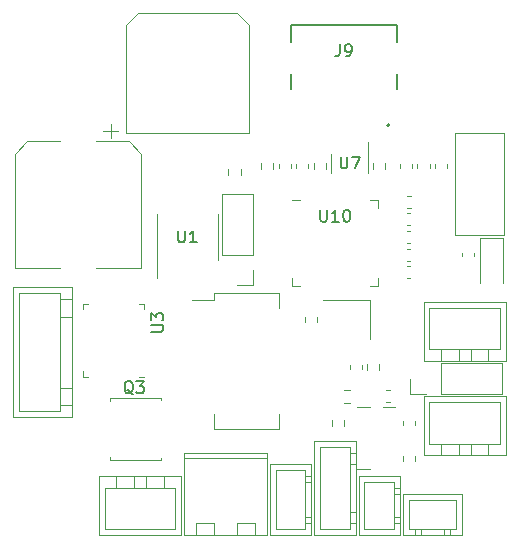
<source format=gbr>
%TF.GenerationSoftware,KiCad,Pcbnew,(6.0.7)*%
%TF.CreationDate,2022-09-21T11:21:43+02:00*%
%TF.ProjectId,CANpaca-EB-schematics,43414e70-6163-4612-9d45-422d73636865,rev?*%
%TF.SameCoordinates,Original*%
%TF.FileFunction,Legend,Top*%
%TF.FilePolarity,Positive*%
%FSLAX46Y46*%
G04 Gerber Fmt 4.6, Leading zero omitted, Abs format (unit mm)*
G04 Created by KiCad (PCBNEW (6.0.7)) date 2022-09-21 11:21:43*
%MOMM*%
%LPD*%
G01*
G04 APERTURE LIST*
%ADD10C,0.150000*%
%ADD11C,0.120000*%
%ADD12C,0.200000*%
G04 APERTURE END LIST*
D10*
%TO.C,U10*%
X99761904Y-48202380D02*
X99761904Y-49011904D01*
X99809523Y-49107142D01*
X99857142Y-49154761D01*
X99952380Y-49202380D01*
X100142857Y-49202380D01*
X100238095Y-49154761D01*
X100285714Y-49107142D01*
X100333333Y-49011904D01*
X100333333Y-48202380D01*
X101333333Y-49202380D02*
X100761904Y-49202380D01*
X101047619Y-49202380D02*
X101047619Y-48202380D01*
X100952380Y-48345238D01*
X100857142Y-48440476D01*
X100761904Y-48488095D01*
X101952380Y-48202380D02*
X102047619Y-48202380D01*
X102142857Y-48250000D01*
X102190476Y-48297619D01*
X102238095Y-48392857D01*
X102285714Y-48583333D01*
X102285714Y-48821428D01*
X102238095Y-49011904D01*
X102190476Y-49107142D01*
X102142857Y-49154761D01*
X102047619Y-49202380D01*
X101952380Y-49202380D01*
X101857142Y-49154761D01*
X101809523Y-49107142D01*
X101761904Y-49011904D01*
X101714285Y-48821428D01*
X101714285Y-48583333D01*
X101761904Y-48392857D01*
X101809523Y-48297619D01*
X101857142Y-48250000D01*
X101952380Y-48202380D01*
%TO.C,J9*%
X101416666Y-34202380D02*
X101416666Y-34916666D01*
X101369047Y-35059523D01*
X101273809Y-35154761D01*
X101130952Y-35202380D01*
X101035714Y-35202380D01*
X101940476Y-35202380D02*
X102130952Y-35202380D01*
X102226190Y-35154761D01*
X102273809Y-35107142D01*
X102369047Y-34964285D01*
X102416666Y-34773809D01*
X102416666Y-34392857D01*
X102369047Y-34297619D01*
X102321428Y-34250000D01*
X102226190Y-34202380D01*
X102035714Y-34202380D01*
X101940476Y-34250000D01*
X101892857Y-34297619D01*
X101845238Y-34392857D01*
X101845238Y-34630952D01*
X101892857Y-34726190D01*
X101940476Y-34773809D01*
X102035714Y-34821428D01*
X102226190Y-34821428D01*
X102321428Y-34773809D01*
X102369047Y-34726190D01*
X102416666Y-34630952D01*
%TO.C,U1*%
X87738095Y-49952380D02*
X87738095Y-50761904D01*
X87785714Y-50857142D01*
X87833333Y-50904761D01*
X87928571Y-50952380D01*
X88119047Y-50952380D01*
X88214285Y-50904761D01*
X88261904Y-50857142D01*
X88309523Y-50761904D01*
X88309523Y-49952380D01*
X89309523Y-50952380D02*
X88738095Y-50952380D01*
X89023809Y-50952380D02*
X89023809Y-49952380D01*
X88928571Y-50095238D01*
X88833333Y-50190476D01*
X88738095Y-50238095D01*
%TO.C,U7*%
X101488095Y-43702380D02*
X101488095Y-44511904D01*
X101535714Y-44607142D01*
X101583333Y-44654761D01*
X101678571Y-44702380D01*
X101869047Y-44702380D01*
X101964285Y-44654761D01*
X102011904Y-44607142D01*
X102059523Y-44511904D01*
X102059523Y-43702380D01*
X102440476Y-43702380D02*
X103107142Y-43702380D01*
X102678571Y-44702380D01*
%TO.C,Q3*%
X83909761Y-63817619D02*
X83814523Y-63770000D01*
X83719285Y-63674761D01*
X83576428Y-63531904D01*
X83481190Y-63484285D01*
X83385952Y-63484285D01*
X83433571Y-63722380D02*
X83338333Y-63674761D01*
X83243095Y-63579523D01*
X83195476Y-63389047D01*
X83195476Y-63055714D01*
X83243095Y-62865238D01*
X83338333Y-62770000D01*
X83433571Y-62722380D01*
X83624047Y-62722380D01*
X83719285Y-62770000D01*
X83814523Y-62865238D01*
X83862142Y-63055714D01*
X83862142Y-63389047D01*
X83814523Y-63579523D01*
X83719285Y-63674761D01*
X83624047Y-63722380D01*
X83433571Y-63722380D01*
X84195476Y-62722380D02*
X84814523Y-62722380D01*
X84481190Y-63103333D01*
X84624047Y-63103333D01*
X84719285Y-63150952D01*
X84766904Y-63198571D01*
X84814523Y-63293809D01*
X84814523Y-63531904D01*
X84766904Y-63627142D01*
X84719285Y-63674761D01*
X84624047Y-63722380D01*
X84338333Y-63722380D01*
X84243095Y-63674761D01*
X84195476Y-63627142D01*
%TO.C,U3*%
X85452380Y-58511904D02*
X86261904Y-58511904D01*
X86357142Y-58464285D01*
X86404761Y-58416666D01*
X86452380Y-58321428D01*
X86452380Y-58130952D01*
X86404761Y-58035714D01*
X86357142Y-57988095D01*
X86261904Y-57940476D01*
X85452380Y-57940476D01*
X85452380Y-57559523D02*
X85452380Y-56940476D01*
X85833333Y-57273809D01*
X85833333Y-57130952D01*
X85880952Y-57035714D01*
X85928571Y-56988095D01*
X86023809Y-56940476D01*
X86261904Y-56940476D01*
X86357142Y-56988095D01*
X86404761Y-57035714D01*
X86452380Y-57130952D01*
X86452380Y-57416666D01*
X86404761Y-57511904D01*
X86357142Y-57559523D01*
D11*
%TO.C,U10*%
X104610000Y-47390000D02*
X104610000Y-48040000D01*
X103960000Y-54610000D02*
X104610000Y-54610000D01*
X97390000Y-54610000D02*
X97390000Y-53960000D01*
X103960000Y-47390000D02*
X104610000Y-47390000D01*
X104610000Y-54610000D02*
X104610000Y-53960000D01*
X98040000Y-54610000D02*
X97390000Y-54610000D01*
X98040000Y-47390000D02*
X97390000Y-47390000D01*
%TO.C,F1*%
X115300000Y-41700000D02*
X111200000Y-41700000D01*
X115300000Y-41700000D02*
X115300000Y-50300000D01*
X111200000Y-41700000D02*
X111200000Y-50300000D01*
X115300000Y-50300000D02*
X111200000Y-50300000D01*
%TO.C,C39*%
X107390580Y-51010000D02*
X107109420Y-51010000D01*
X107390580Y-49990000D02*
X107109420Y-49990000D01*
%TO.C,U11*%
X103940000Y-64890000D02*
X102890000Y-64890000D01*
X103940000Y-70110000D02*
X102890000Y-70110000D01*
X105060000Y-64890000D02*
X106110000Y-64890000D01*
%TO.C,R34*%
X100727500Y-66487258D02*
X100727500Y-66012742D01*
X101772500Y-66487258D02*
X101772500Y-66012742D01*
%TO.C,C35*%
X106490000Y-44359420D02*
X106490000Y-44640580D01*
X107510000Y-44359420D02*
X107510000Y-44640580D01*
%TO.C,J14*%
X102250000Y-68750000D02*
X102750000Y-68750000D01*
X102250000Y-73750000D02*
X102750000Y-73750000D01*
X102250000Y-74750000D02*
X102750000Y-74750000D01*
X102250000Y-69750000D02*
X102750000Y-69750000D01*
X102250000Y-75250000D02*
X99750000Y-75250000D01*
X99750000Y-75250000D02*
X99750000Y-68250000D01*
X99750000Y-68250000D02*
X102250000Y-68250000D01*
X102250000Y-68250000D02*
X102250000Y-75250000D01*
X102750000Y-75750000D02*
X99250000Y-75750000D01*
X99250000Y-75750000D02*
X99250000Y-67750000D01*
X99250000Y-67750000D02*
X102750000Y-67750000D01*
X102750000Y-67750000D02*
X102750000Y-75750000D01*
%TO.C,J6*%
X88250000Y-69250000D02*
X95250000Y-69250000D01*
X94250000Y-75750000D02*
X92750000Y-75750000D01*
X92750000Y-75750000D02*
X92750000Y-74750000D01*
X92750000Y-74750000D02*
X94250000Y-74750000D01*
X94250000Y-74750000D02*
X94250000Y-75750000D01*
X89250000Y-75750000D02*
X90750000Y-75750000D01*
X90750000Y-75750000D02*
X90750000Y-74750000D01*
X90750000Y-74750000D02*
X89250000Y-74750000D01*
X89250000Y-74750000D02*
X89250000Y-75750000D01*
X88250000Y-68750000D02*
X95250000Y-68750000D01*
X95250000Y-68750000D02*
X95250000Y-75750000D01*
X95250000Y-75750000D02*
X88250000Y-75750000D01*
X88250000Y-75750000D02*
X88250000Y-68750000D01*
%TO.C,SW1*%
X88890000Y-55875000D02*
X90740000Y-55875000D01*
X90740000Y-66775000D02*
X96260000Y-66775000D01*
X90740000Y-55225000D02*
X96260000Y-55225000D01*
X90740000Y-55225000D02*
X90740000Y-55875000D01*
X90740000Y-65505000D02*
X90740000Y-66775000D01*
X96260000Y-55225000D02*
X96260000Y-56494000D01*
X96260000Y-65505000D02*
X96260000Y-66775000D01*
%TO.C,R28*%
X98477500Y-57737258D02*
X98477500Y-57262742D01*
X99522500Y-57737258D02*
X99522500Y-57262742D01*
%TO.C,D5*%
X115250000Y-50550000D02*
X113250000Y-50550000D01*
X113250000Y-50550000D02*
X113250000Y-54400000D01*
X115250000Y-50550000D02*
X115250000Y-54400000D01*
%TO.C,C36*%
X109010000Y-44359420D02*
X109010000Y-44640580D01*
X107990000Y-44359420D02*
X107990000Y-44640580D01*
%TO.C,C12*%
X82635000Y-41525000D02*
X81385000Y-41525000D01*
X83545563Y-42390000D02*
X80760000Y-42390000D01*
X84610000Y-53110000D02*
X80760000Y-53110000D01*
X74954437Y-42390000D02*
X77740000Y-42390000D01*
X73890000Y-53110000D02*
X77740000Y-53110000D01*
X83545563Y-42390000D02*
X84610000Y-43454437D01*
X84610000Y-43454437D02*
X84610000Y-53110000D01*
X82010000Y-40900000D02*
X82010000Y-42150000D01*
X74954437Y-42390000D02*
X73890000Y-43454437D01*
X73890000Y-43454437D02*
X73890000Y-53110000D01*
%TO.C,R32*%
X106727500Y-69487258D02*
X106727500Y-69012742D01*
X107772500Y-69487258D02*
X107772500Y-69012742D01*
%TO.C,R16*%
X95772500Y-44262742D02*
X95772500Y-44737258D01*
X94727500Y-44262742D02*
X94727500Y-44737258D01*
%TO.C,C40*%
X107390580Y-51490000D02*
X107109420Y-51490000D01*
X107390580Y-52510000D02*
X107109420Y-52510000D01*
%TO.C,J16*%
X110750000Y-75250000D02*
X110750000Y-75750000D01*
X110250000Y-75250000D02*
X110250000Y-75750000D01*
X108250000Y-75250000D02*
X108250000Y-75750000D01*
X107750000Y-75250000D02*
X107750000Y-75750000D01*
X106750000Y-75750000D02*
X111750000Y-75750000D01*
X111750000Y-75750000D02*
X111750000Y-72250000D01*
X111750000Y-72250000D02*
X106750000Y-72250000D01*
X106750000Y-72250000D02*
X106750000Y-75750000D01*
X107250000Y-75250000D02*
X111250000Y-75250000D01*
X111250000Y-75250000D02*
X111250000Y-72750000D01*
X111250000Y-72750000D02*
X107250000Y-72750000D01*
X107250000Y-72750000D02*
X107250000Y-75250000D01*
%TO.C,J13*%
X106000000Y-74750000D02*
X106500000Y-74750000D01*
X106000000Y-71750000D02*
X106500000Y-71750000D01*
X106000000Y-72250000D02*
X106500000Y-72250000D01*
X106000000Y-74250000D02*
X106500000Y-74250000D01*
X106000000Y-75250000D02*
X103500000Y-75250000D01*
X103500000Y-75250000D02*
X103500000Y-71250000D01*
X103500000Y-71250000D02*
X106000000Y-71250000D01*
X106000000Y-71250000D02*
X106000000Y-75250000D01*
X106500000Y-75750000D02*
X103000000Y-75750000D01*
X103000000Y-75750000D02*
X103000000Y-70750000D01*
X103000000Y-70750000D02*
X106500000Y-70750000D01*
X106500000Y-70750000D02*
X106500000Y-75750000D01*
%TO.C,R29*%
X103727500Y-61262742D02*
X103727500Y-61737258D01*
X104772500Y-61262742D02*
X104772500Y-61737258D01*
%TO.C,C29*%
X98760000Y-44640580D02*
X98760000Y-44359420D01*
X97740000Y-44640580D02*
X97740000Y-44359420D01*
D12*
%TO.C,J9*%
X106220000Y-32532500D02*
X97280000Y-32532500D01*
X106220000Y-37952500D02*
X106220000Y-36742500D01*
X97280000Y-37952500D02*
X97280000Y-36742500D01*
X106220000Y-34022500D02*
X106220000Y-32532500D01*
X97280000Y-32532500D02*
X97280000Y-34022500D01*
X105630000Y-41042500D02*
G75*
G03*
X105630000Y-41042500I-100000J0D01*
G01*
D11*
%TO.C,U1*%
X91060000Y-50500000D02*
X91060000Y-48550000D01*
X91060000Y-50500000D02*
X91060000Y-52450000D01*
X85940000Y-50500000D02*
X85940000Y-53950000D01*
X85940000Y-50500000D02*
X85940000Y-48550000D01*
%TO.C,J5*%
X111500000Y-68000000D02*
X111500000Y-69000000D01*
X110000000Y-68000000D02*
X110000000Y-69000000D01*
X112500000Y-68000000D02*
X112500000Y-69000000D01*
X114000000Y-68000000D02*
X114000000Y-69000000D01*
X109000000Y-68000000D02*
X115000000Y-68000000D01*
X115000000Y-68000000D02*
X115000000Y-64500000D01*
X115000000Y-64500000D02*
X109000000Y-64500000D01*
X109000000Y-64500000D02*
X109000000Y-68000000D01*
X108500000Y-69000000D02*
X115500000Y-69000000D01*
X115500000Y-69000000D02*
X115500000Y-64000000D01*
X115500000Y-64000000D02*
X108500000Y-64000000D01*
X108500000Y-64000000D02*
X108500000Y-69000000D01*
%TO.C,C38*%
X107390580Y-48490000D02*
X107109420Y-48490000D01*
X107390580Y-49510000D02*
X107109420Y-49510000D01*
%TO.C,U7*%
X100690000Y-44250000D02*
X100690000Y-43450000D01*
X103810000Y-44250000D02*
X103810000Y-42450000D01*
X103810000Y-44250000D02*
X103810000Y-45050000D01*
X100690000Y-44250000D02*
X100690000Y-45050000D01*
%TO.C,J2*%
X112500000Y-60000000D02*
X112500000Y-61000000D01*
X110000000Y-60000000D02*
X110000000Y-61000000D01*
X114000000Y-60000000D02*
X114000000Y-61000000D01*
X111500000Y-60000000D02*
X111500000Y-61000000D01*
X109000000Y-60000000D02*
X115000000Y-60000000D01*
X115000000Y-60000000D02*
X115000000Y-56500000D01*
X115000000Y-56500000D02*
X109000000Y-56500000D01*
X109000000Y-56500000D02*
X109000000Y-60000000D01*
X108500000Y-61000000D02*
X115500000Y-61000000D01*
X115500000Y-61000000D02*
X115500000Y-56000000D01*
X115500000Y-56000000D02*
X108500000Y-56000000D01*
X108500000Y-56000000D02*
X108500000Y-61000000D01*
%TO.C,Y1*%
X104000000Y-55850000D02*
X100000000Y-55850000D01*
X104000000Y-59150000D02*
X104000000Y-55850000D01*
%TO.C,C51*%
X103260000Y-61640580D02*
X103260000Y-61359420D01*
X102240000Y-61640580D02*
X102240000Y-61359420D01*
%TO.C,C37*%
X110510000Y-44359420D02*
X110510000Y-44640580D01*
X109490000Y-44359420D02*
X109490000Y-44640580D01*
%TO.C,L4*%
X107412779Y-46990000D02*
X107087221Y-46990000D01*
X107412779Y-48010000D02*
X107087221Y-48010000D01*
%TO.C,J17*%
X86500000Y-71750000D02*
X86500000Y-70750000D01*
X84000000Y-71750000D02*
X84000000Y-70750000D01*
X85000000Y-71750000D02*
X85000000Y-70750000D01*
X82500000Y-71750000D02*
X82500000Y-70750000D01*
X88000000Y-70750000D02*
X81000000Y-70750000D01*
X81000000Y-70750000D02*
X81000000Y-75750000D01*
X81000000Y-75750000D02*
X88000000Y-75750000D01*
X88000000Y-75750000D02*
X88000000Y-70750000D01*
X87500000Y-71750000D02*
X81500000Y-71750000D01*
X81500000Y-71750000D02*
X81500000Y-75250000D01*
X81500000Y-75250000D02*
X87500000Y-75250000D01*
X87500000Y-75250000D02*
X87500000Y-71750000D01*
%TO.C,C20*%
X111740000Y-52140580D02*
X111740000Y-51859420D01*
X112760000Y-52140580D02*
X112760000Y-51859420D01*
%TO.C,C53*%
X107760000Y-66109420D02*
X107760000Y-66390580D01*
X106740000Y-66109420D02*
X106740000Y-66390580D01*
%TO.C,C41*%
X107390580Y-54010000D02*
X107109420Y-54010000D01*
X107390580Y-52990000D02*
X107109420Y-52990000D01*
%TO.C,J4*%
X109995000Y-63830000D02*
X109995000Y-61170000D01*
X108725000Y-63830000D02*
X107395000Y-63830000D01*
X115135000Y-63830000D02*
X115135000Y-61170000D01*
X107395000Y-63830000D02*
X107395000Y-62500000D01*
X109995000Y-63830000D02*
X115135000Y-63830000D01*
X109995000Y-61170000D02*
X115135000Y-61170000D01*
%TO.C,R3*%
X93022500Y-45237258D02*
X93022500Y-44762742D01*
X91977500Y-45237258D02*
X91977500Y-44762742D01*
%TO.C,J8*%
X77750000Y-63250000D02*
X78750000Y-63250000D01*
X77750000Y-64750000D02*
X78750000Y-64750000D01*
X77750000Y-57250000D02*
X78750000Y-57250000D01*
X77750000Y-55750000D02*
X78750000Y-55750000D01*
X78750000Y-65750000D02*
X73750000Y-65750000D01*
X73750000Y-65750000D02*
X73750000Y-54750000D01*
X73750000Y-54750000D02*
X78750000Y-54750000D01*
X78750000Y-54750000D02*
X78750000Y-65750000D01*
X77750000Y-65250000D02*
X74250000Y-65250000D01*
X74250000Y-65250000D02*
X74250000Y-55250000D01*
X74250000Y-55250000D02*
X77750000Y-55250000D01*
X77750000Y-55250000D02*
X77750000Y-65250000D01*
%TO.C,Q3*%
X86235000Y-64300000D02*
X86235000Y-64150000D01*
X81935000Y-69150000D02*
X81935000Y-69350000D01*
X81935000Y-64150000D02*
X81935000Y-64350000D01*
X86235000Y-69350000D02*
X86235000Y-69200000D01*
X86235000Y-64150000D02*
X81935000Y-64150000D01*
X81935000Y-69350000D02*
X86235000Y-69350000D01*
%TO.C,J12*%
X98500000Y-74250000D02*
X99000000Y-74250000D01*
X98500000Y-74750000D02*
X99000000Y-74750000D01*
X98500000Y-70750000D02*
X99000000Y-70750000D01*
X98500000Y-71250000D02*
X99000000Y-71250000D01*
X99000000Y-75750000D02*
X95500000Y-75750000D01*
X95500000Y-75750000D02*
X95500000Y-69750000D01*
X95500000Y-69750000D02*
X99000000Y-69750000D01*
X99000000Y-69750000D02*
X99000000Y-75750000D01*
X98500000Y-75250000D02*
X96000000Y-75250000D01*
X96000000Y-75250000D02*
X96000000Y-70250000D01*
X96000000Y-70250000D02*
X98500000Y-70250000D01*
X98500000Y-70250000D02*
X98500000Y-75250000D01*
%TO.C,U3*%
X79640000Y-56140000D02*
X79640000Y-56615000D01*
X84385000Y-62360000D02*
X84860000Y-62360000D01*
X79640000Y-62360000D02*
X79640000Y-61885000D01*
X84385000Y-56140000D02*
X84860000Y-56140000D01*
X80115000Y-56140000D02*
X79640000Y-56140000D01*
X80115000Y-62360000D02*
X79640000Y-62360000D01*
X84860000Y-56140000D02*
X84860000Y-56615000D01*
%TO.C,J11*%
X94080000Y-54605000D02*
X92750000Y-54605000D01*
X94080000Y-52005000D02*
X91420000Y-52005000D01*
X94080000Y-46865000D02*
X91420000Y-46865000D01*
X91420000Y-52005000D02*
X91420000Y-46865000D01*
X94080000Y-53275000D02*
X94080000Y-54605000D01*
X94080000Y-52005000D02*
X94080000Y-46865000D01*
%TO.C,R23*%
X99227500Y-44262742D02*
X99227500Y-44737258D01*
X100272500Y-44262742D02*
X100272500Y-44737258D01*
%TO.C,C54*%
X105359420Y-63490000D02*
X105640580Y-63490000D01*
X105359420Y-64510000D02*
X105640580Y-64510000D01*
%TO.C,R35*%
X102237258Y-64522500D02*
X101762742Y-64522500D01*
X102237258Y-63477500D02*
X101762742Y-63477500D01*
%TO.C,C27*%
X96240000Y-44359420D02*
X96240000Y-44640580D01*
X97260000Y-44359420D02*
X97260000Y-44640580D01*
%TO.C,R18*%
X104227500Y-44737258D02*
X104227500Y-44262742D01*
X105272500Y-44737258D02*
X105272500Y-44262742D01*
%TO.C,J7*%
X83315000Y-41685000D02*
X83315000Y-32555000D01*
X84315000Y-31555000D02*
X92685000Y-31555000D01*
X92685000Y-31555000D02*
X93685000Y-32555000D01*
X83315000Y-32555000D02*
X84315000Y-31555000D01*
X93685000Y-32555000D02*
X93685000Y-41685000D01*
X93685000Y-41685000D02*
X83315000Y-41685000D01*
%TD*%
M02*

</source>
